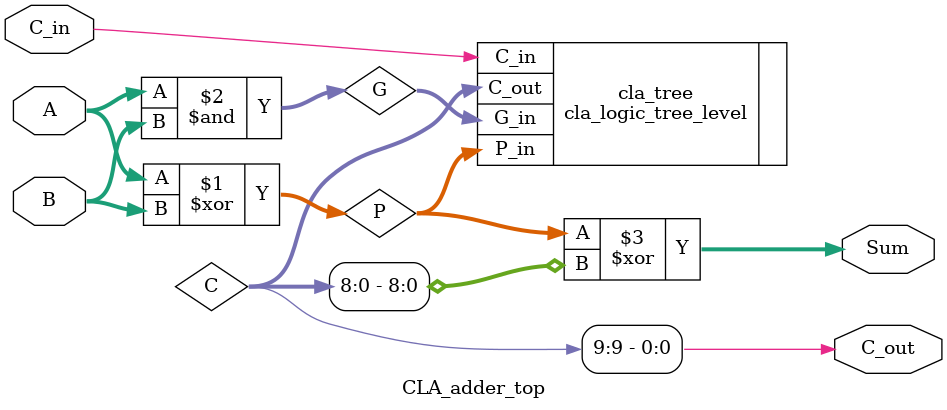
<source format=sv>
module CLA_adder_top #(
    parameter WIDTH = 9,
    parameter FANIN = 4
)(
    input  wire [WIDTH-1:0] A,
    input  wire [WIDTH-1:0] B,
    input  wire             C_in,
    output wire [WIDTH-1:0]   Sum,
    output wire             C_out
);

    wire [WIDTH-1:0] P, G;
    wire [WIDTH:0]   C;

    // Generate P và G
    assign P = A ^ B;
    assign G = A & B;

    // CLA Tree
    cla_logic_tree_level #(
        .WIDTH(WIDTH),
        .FANIN(FANIN)
    ) cla_tree (
        .C_in(C_in),
        .P_in(P),
        .G_in(G),
        .C_out(C)
    );

    // Tính Sum
    assign Sum[WIDTH-1:0] = P ^ C[WIDTH-1:0];
    assign C_out = C[WIDTH];
  //  assign Sum[WIDTH] = C_out;

endmodule
</source>
